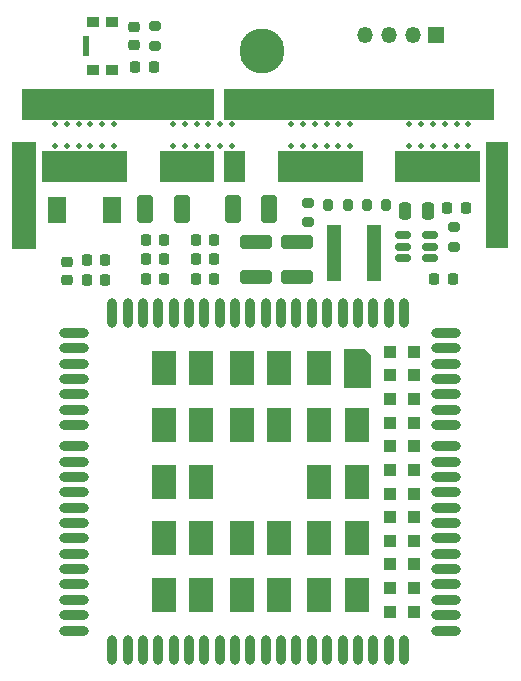
<source format=gbr>
%TF.GenerationSoftware,KiCad,Pcbnew,(6.0.2-0)*%
%TF.CreationDate,2022-10-30T17:20:59+00:00*%
%TF.ProjectId,p3-cellular-module,70332d63-656c-46c7-956c-61722d6d6f64,rev?*%
%TF.SameCoordinates,Original*%
%TF.FileFunction,Soldermask,Bot*%
%TF.FilePolarity,Negative*%
%FSLAX46Y46*%
G04 Gerber Fmt 4.6, Leading zero omitted, Abs format (unit mm)*
G04 Created by KiCad (PCBNEW (6.0.2-0)) date 2022-10-30 17:20:59*
%MOMM*%
%LPD*%
G01*
G04 APERTURE LIST*
G04 Aperture macros list*
%AMRoundRect*
0 Rectangle with rounded corners*
0 $1 Rounding radius*
0 $2 $3 $4 $5 $6 $7 $8 $9 X,Y pos of 4 corners*
0 Add a 4 corners polygon primitive as box body*
4,1,4,$2,$3,$4,$5,$6,$7,$8,$9,$2,$3,0*
0 Add four circle primitives for the rounded corners*
1,1,$1+$1,$2,$3*
1,1,$1+$1,$4,$5*
1,1,$1+$1,$6,$7*
1,1,$1+$1,$8,$9*
0 Add four rect primitives between the rounded corners*
20,1,$1+$1,$2,$3,$4,$5,0*
20,1,$1+$1,$4,$5,$6,$7,0*
20,1,$1+$1,$6,$7,$8,$9,0*
20,1,$1+$1,$8,$9,$2,$3,0*%
G04 Aperture macros list end*
%ADD10C,0.001000*%
%ADD11C,0.500000*%
%ADD12C,3.800000*%
%ADD13R,1.350000X1.350000*%
%ADD14O,1.350000X1.350000*%
%ADD15RoundRect,0.200000X-0.200000X-0.275000X0.200000X-0.275000X0.200000X0.275000X-0.200000X0.275000X0*%
%ADD16RoundRect,0.250000X-0.412500X-0.925000X0.412500X-0.925000X0.412500X0.925000X-0.412500X0.925000X0*%
%ADD17RoundRect,0.218750X-0.256250X0.218750X-0.256250X-0.218750X0.256250X-0.218750X0.256250X0.218750X0*%
%ADD18R,1.650000X2.300000*%
%ADD19RoundRect,0.200000X-0.275000X0.200000X-0.275000X-0.200000X0.275000X-0.200000X0.275000X0.200000X0*%
%ADD20R,1.200000X4.700000*%
%ADD21RoundRect,0.250000X0.412500X0.925000X-0.412500X0.925000X-0.412500X-0.925000X0.412500X-0.925000X0*%
%ADD22RoundRect,0.225000X-0.225000X-0.250000X0.225000X-0.250000X0.225000X0.250000X-0.225000X0.250000X0*%
%ADD23RoundRect,0.200000X0.275000X-0.200000X0.275000X0.200000X-0.275000X0.200000X-0.275000X-0.200000X0*%
%ADD24RoundRect,0.225000X0.225000X0.250000X-0.225000X0.250000X-0.225000X-0.250000X0.225000X-0.250000X0*%
%ADD25RoundRect,0.250000X-0.250000X-0.475000X0.250000X-0.475000X0.250000X0.475000X-0.250000X0.475000X0*%
%ADD26RoundRect,0.250000X-1.100000X0.325000X-1.100000X-0.325000X1.100000X-0.325000X1.100000X0.325000X0*%
%ADD27RoundRect,0.218750X-0.218750X-0.256250X0.218750X-0.256250X0.218750X0.256250X-0.218750X0.256250X0*%
%ADD28R,1.000000X0.900000*%
%ADD29R,0.550000X1.700000*%
%ADD30O,2.500000X0.800000*%
%ADD31O,0.800000X2.500000*%
%ADD32R,2.000000X3.000000*%
%ADD33R,1.100000X1.100000*%
%ADD34RoundRect,0.218750X0.256250X-0.218750X0.256250X0.218750X-0.256250X0.218750X-0.256250X-0.218750X0*%
%ADD35RoundRect,0.150000X-0.512500X-0.150000X0.512500X-0.150000X0.512500X0.150000X-0.512500X0.150000X0*%
G04 APERTURE END LIST*
G36*
X133700000Y-101300000D02*
G01*
X126500000Y-101300000D01*
X126500000Y-103900000D01*
X133700000Y-103900000D01*
X133700000Y-101300000D01*
G37*
G36*
X166000000Y-109500000D02*
G01*
X164100000Y-109500000D01*
X164100000Y-100550000D01*
X166000000Y-100550000D01*
X166000000Y-109500000D01*
G37*
G36*
X164800000Y-96050000D02*
G01*
X141900000Y-96050000D01*
X141900000Y-98700000D01*
X164800000Y-98700000D01*
X164800000Y-96050000D01*
G37*
G36*
X141100000Y-96050000D02*
G01*
X124800000Y-96050000D01*
X124800000Y-98700000D01*
X141100000Y-98700000D01*
X141100000Y-96050000D01*
G37*
G36*
X163600000Y-101300000D02*
G01*
X156400000Y-101300000D01*
X156400000Y-103900000D01*
X163600000Y-103900000D01*
X163600000Y-101300000D01*
G37*
G36*
X143700000Y-101300000D02*
G01*
X141900000Y-101300000D01*
X141900000Y-103900000D01*
X143700000Y-103900000D01*
X143700000Y-101300000D01*
G37*
G36*
X141100000Y-101300000D02*
G01*
X136500000Y-101300000D01*
X136500000Y-103900000D01*
X141100000Y-103900000D01*
X141100000Y-101300000D01*
G37*
G36*
X126000000Y-109600000D02*
G01*
X124000000Y-109600000D01*
X124000000Y-100550000D01*
X126000000Y-100550000D01*
X126000000Y-109600000D01*
G37*
G36*
X153700000Y-101300000D02*
G01*
X146500000Y-101300000D01*
X146500000Y-103900000D01*
X153700000Y-103900000D01*
X153700000Y-101300000D01*
G37*
D10*
%TO.C,U2*%
X152100000Y-121300000D02*
X154300000Y-121300000D01*
X154300000Y-121300000D02*
X154300000Y-118600000D01*
X154300000Y-118600000D02*
X153800000Y-118100000D01*
X153800000Y-118100000D02*
X152100000Y-118100000D01*
X152100000Y-118100000D02*
X152100000Y-121300000D01*
G36*
X154300000Y-118600000D02*
G01*
X154300000Y-121300000D01*
X152100000Y-121300000D01*
X152100000Y-118100000D01*
X153800000Y-118100000D01*
X154300000Y-118600000D01*
G37*
X154300000Y-118600000D02*
X154300000Y-121300000D01*
X152100000Y-121300000D01*
X152100000Y-118100000D01*
X153800000Y-118100000D01*
X154300000Y-118600000D01*
%TD*%
D11*
%TO.C,REF\u002A\u002A*%
X159600000Y-99000000D03*
%TD*%
%TO.C,REF\u002A\u002A*%
X160600000Y-99000000D03*
%TD*%
%TO.C,REF\u002A\u002A*%
X160600000Y-100850000D03*
%TD*%
%TO.C,REF\u002A\u002A*%
X158600000Y-100850000D03*
%TD*%
%TO.C,REF\u002A\u002A*%
X157600000Y-100850000D03*
%TD*%
%TO.C,REF\u002A\u002A*%
X161600000Y-100850000D03*
%TD*%
%TO.C,REF\u002A\u002A*%
X159600000Y-100850000D03*
%TD*%
%TO.C,REF\u002A\u002A*%
X162600000Y-100850000D03*
%TD*%
%TO.C,REF\u002A\u002A*%
X161600000Y-99000000D03*
%TD*%
%TO.C,REF\u002A\u002A*%
X162600000Y-99000000D03*
%TD*%
%TO.C,REF\u002A\u002A*%
X157600000Y-99000000D03*
%TD*%
%TO.C,REF\u002A\u002A*%
X158600000Y-99000000D03*
%TD*%
%TO.C,REF\u002A\u002A*%
X149600000Y-99000000D03*
%TD*%
%TO.C,REF\u002A\u002A*%
X150600000Y-99000000D03*
%TD*%
%TO.C,REF\u002A\u002A*%
X150600000Y-100850000D03*
%TD*%
%TO.C,REF\u002A\u002A*%
X148600000Y-100850000D03*
%TD*%
%TO.C,REF\u002A\u002A*%
X147600000Y-100850000D03*
%TD*%
%TO.C,REF\u002A\u002A*%
X151600000Y-100850000D03*
%TD*%
%TO.C,REF\u002A\u002A*%
X149600000Y-100850000D03*
%TD*%
%TO.C,REF\u002A\u002A*%
X152600000Y-100850000D03*
%TD*%
%TO.C,REF\u002A\u002A*%
X151600000Y-99000000D03*
%TD*%
%TO.C,REF\u002A\u002A*%
X152600000Y-99000000D03*
%TD*%
%TO.C,REF\u002A\u002A*%
X147600000Y-99000000D03*
%TD*%
%TO.C,REF\u002A\u002A*%
X148600000Y-99000000D03*
%TD*%
%TO.C,REF\u002A\u002A*%
X139600000Y-99000000D03*
%TD*%
%TO.C,REF\u002A\u002A*%
X140600000Y-99000000D03*
%TD*%
%TO.C,REF\u002A\u002A*%
X140600000Y-100850000D03*
%TD*%
%TO.C,REF\u002A\u002A*%
X138600000Y-100850000D03*
%TD*%
%TO.C,REF\u002A\u002A*%
X137600000Y-100850000D03*
%TD*%
%TO.C,REF\u002A\u002A*%
X141600000Y-100850000D03*
%TD*%
%TO.C,REF\u002A\u002A*%
X139600000Y-100850000D03*
%TD*%
%TO.C,REF\u002A\u002A*%
X142600000Y-100850000D03*
%TD*%
%TO.C,REF\u002A\u002A*%
X141600000Y-99000000D03*
%TD*%
%TO.C,REF\u002A\u002A*%
X142600000Y-99000000D03*
%TD*%
%TO.C,REF\u002A\u002A*%
X137600000Y-99000000D03*
%TD*%
%TO.C,REF\u002A\u002A*%
X138600000Y-99000000D03*
%TD*%
%TO.C,REF\u002A\u002A*%
X129600000Y-100850000D03*
%TD*%
%TO.C,REF\u002A\u002A*%
X130600000Y-100850000D03*
%TD*%
%TO.C,REF\u002A\u002A*%
X131600000Y-100850000D03*
%TD*%
%TO.C,REF\u002A\u002A*%
X132600000Y-100850000D03*
%TD*%
%TO.C,REF\u002A\u002A*%
X127600000Y-100850000D03*
%TD*%
%TO.C,REF\u002A\u002A*%
X128600000Y-100850000D03*
%TD*%
%TO.C,REF\u002A\u002A*%
X132600000Y-99000000D03*
%TD*%
%TO.C,REF\u002A\u002A*%
X131600000Y-99000000D03*
%TD*%
%TO.C,REF\u002A\u002A*%
X130600000Y-99000000D03*
%TD*%
%TO.C,REF\u002A\u002A*%
X129600000Y-99000000D03*
%TD*%
%TO.C,REF\u002A\u002A*%
X128600000Y-99000000D03*
%TD*%
%TO.C,REF\u002A\u002A*%
X127600000Y-99000000D03*
%TD*%
D12*
%TO.C,REF\u002A\u002A*%
X145100000Y-92800000D03*
%TD*%
D13*
%TO.C,J4*%
X159882000Y-91450000D03*
D14*
X157882000Y-91450000D03*
X155882000Y-91450000D03*
X153882000Y-91450000D03*
%TD*%
D15*
%TO.C,R3*%
X154000000Y-105900000D03*
X155650000Y-105900000D03*
%TD*%
D16*
%TO.C,C9*%
X142662500Y-106200000D03*
X145737500Y-106200000D03*
%TD*%
D17*
%TO.C,L2*%
X128650000Y-110662500D03*
X128650000Y-112237500D03*
%TD*%
D18*
%TO.C,E1*%
X127775000Y-106325000D03*
X132425000Y-106325000D03*
%TD*%
D19*
%TO.C,R4*%
X161400000Y-107775000D03*
X161400000Y-109425000D03*
%TD*%
D15*
%TO.C,R2*%
X150725000Y-105900000D03*
X152375000Y-105900000D03*
%TD*%
D20*
%TO.C,L1*%
X154580000Y-109925000D03*
X151270000Y-109925000D03*
%TD*%
D21*
%TO.C,C5*%
X138337500Y-106200000D03*
X135262500Y-106200000D03*
%TD*%
D22*
%TO.C,C11*%
X139525000Y-110450000D03*
X141075000Y-110450000D03*
%TD*%
%TO.C,C10*%
X139525000Y-112100000D03*
X141075000Y-112100000D03*
%TD*%
D23*
%TO.C,R1*%
X149000000Y-107325000D03*
X149000000Y-105675000D03*
%TD*%
D24*
%TO.C,C7*%
X136825000Y-110450000D03*
X135275000Y-110450000D03*
%TD*%
D22*
%TO.C,C17*%
X130275000Y-112200000D03*
X131825000Y-112200000D03*
%TD*%
D25*
%TO.C,C1*%
X157250000Y-106350000D03*
X159150000Y-106350000D03*
%TD*%
D24*
%TO.C,C8*%
X136825000Y-112100000D03*
X135275000Y-112100000D03*
%TD*%
D26*
%TO.C,C3*%
X148100000Y-109025000D03*
X148100000Y-111975000D03*
%TD*%
D27*
%TO.C,D2*%
X160812500Y-106100000D03*
X162387500Y-106100000D03*
%TD*%
D22*
%TO.C,C12*%
X139525000Y-108800000D03*
X141075000Y-108800000D03*
%TD*%
D26*
%TO.C,C19*%
X144600000Y-109025000D03*
X144600000Y-111975000D03*
%TD*%
D28*
%TO.C,SW1*%
X130850000Y-90350001D03*
X130850000Y-94449999D03*
X132450000Y-90350001D03*
X132450000Y-94449999D03*
D29*
X130225000Y-92400000D03*
%TD*%
D24*
%TO.C,C6*%
X136825000Y-108800000D03*
X135275000Y-108800000D03*
%TD*%
D22*
%TO.C,C14*%
X130275000Y-110550000D03*
X131825000Y-110550000D03*
%TD*%
D30*
%TO.C,U2*%
X160750000Y-116700000D03*
X160750000Y-118000000D03*
X160750000Y-119300000D03*
X160750000Y-120600000D03*
X160750000Y-121900000D03*
X160750000Y-123200000D03*
X160750000Y-124500000D03*
X160750000Y-128900000D03*
X160750000Y-130200000D03*
X160750000Y-131500000D03*
X160750000Y-132800000D03*
X160750000Y-134100000D03*
X160750000Y-135400000D03*
X160750000Y-136700000D03*
X160750000Y-138000000D03*
X160750000Y-139300000D03*
X160750000Y-140600000D03*
X160750000Y-141900000D03*
D31*
X154550000Y-143550000D03*
X153250000Y-143550000D03*
X151950000Y-143550000D03*
X150650000Y-143550000D03*
X149350000Y-143550000D03*
X148050000Y-143550000D03*
X146750000Y-143550000D03*
X145450000Y-143550000D03*
X144150000Y-143550000D03*
X142850000Y-143550000D03*
X141550000Y-143550000D03*
X140250000Y-143550000D03*
X138950000Y-143550000D03*
X137650000Y-143550000D03*
X136350000Y-143550000D03*
X135050000Y-143550000D03*
X133750000Y-143550000D03*
X132450000Y-143550000D03*
D30*
X129250000Y-141900000D03*
X129250000Y-140600000D03*
X129250000Y-139300000D03*
X129250000Y-138000000D03*
X129250000Y-136700000D03*
X129250000Y-135400000D03*
X129250000Y-134100000D03*
X129250000Y-132800000D03*
X129250000Y-131500000D03*
X129250000Y-130200000D03*
X129250000Y-128900000D03*
X129250000Y-124500000D03*
X129250000Y-123200000D03*
X129250000Y-121900000D03*
X129250000Y-120600000D03*
X129250000Y-119300000D03*
X129250000Y-118000000D03*
X129250000Y-116700000D03*
D31*
X132450000Y-115050000D03*
X133750000Y-115050000D03*
X135050000Y-115050000D03*
X136350000Y-115050000D03*
X137650000Y-115050000D03*
X138950000Y-115050000D03*
X140250000Y-115050000D03*
X141550000Y-115050000D03*
X142850000Y-115050000D03*
X144150000Y-115050000D03*
X145450000Y-115050000D03*
X146750000Y-115050000D03*
X148050000Y-115050000D03*
X149350000Y-115050000D03*
X150650000Y-115050000D03*
X151950000Y-115050000D03*
X153250000Y-115050000D03*
X154550000Y-115050000D03*
D32*
X136800000Y-119700000D03*
X136800000Y-124500000D03*
X136800000Y-129300000D03*
X136800000Y-134100000D03*
X136800000Y-138900000D03*
X140000000Y-119700000D03*
X140000000Y-124500000D03*
X140000000Y-129300000D03*
X140000000Y-134100000D03*
X140000000Y-138900000D03*
X143400000Y-119700000D03*
X143400000Y-124500000D03*
X143400000Y-134100000D03*
X143400000Y-138900000D03*
X146600000Y-119700000D03*
X146600000Y-124500000D03*
X146600000Y-134100000D03*
X146600000Y-138900000D03*
X150000000Y-119700000D03*
X150000000Y-124500000D03*
X150000000Y-129300000D03*
X150000000Y-134100000D03*
X150000000Y-138900000D03*
X153200000Y-124500000D03*
X153200000Y-129300000D03*
X153200000Y-134100000D03*
X153200000Y-138900000D03*
D31*
X155850000Y-115050000D03*
X157150000Y-115050000D03*
X155850000Y-143550000D03*
X157150000Y-143550000D03*
D33*
X156000000Y-118300000D03*
X156000000Y-120300000D03*
X156000000Y-122300000D03*
X156000000Y-124300000D03*
X156000000Y-126300000D03*
X156000000Y-128300000D03*
X156000000Y-130300000D03*
X156000000Y-132300000D03*
X156000000Y-134300000D03*
X156000000Y-136300000D03*
X156000000Y-138300000D03*
X156000000Y-140300000D03*
X158000000Y-118300000D03*
X158000000Y-120300000D03*
X158000000Y-122300000D03*
X158000000Y-124300000D03*
X158000000Y-126300000D03*
X158000000Y-128300000D03*
X158000000Y-130300000D03*
X158000000Y-132300000D03*
X158000000Y-134300000D03*
X158000000Y-136300000D03*
X158000000Y-138300000D03*
X158000000Y-140300000D03*
D30*
X160750000Y-126300000D03*
X160750000Y-127600000D03*
X129250000Y-127600000D03*
X129250000Y-126300000D03*
%TD*%
D19*
%TO.C,R15*%
X136050000Y-90725000D03*
X136050000Y-92375000D03*
%TD*%
D34*
%TO.C,D3*%
X134300000Y-92337500D03*
X134300000Y-90762500D03*
%TD*%
D27*
%TO.C,D1*%
X134412500Y-94150000D03*
X135987500Y-94150000D03*
%TD*%
D35*
%TO.C,U1*%
X157062500Y-110350000D03*
X157062500Y-109400000D03*
X157062500Y-108450000D03*
X159337500Y-108450000D03*
X159337500Y-109400000D03*
X159337500Y-110350000D03*
%TD*%
D24*
%TO.C,C2*%
X161275000Y-112150000D03*
X159725000Y-112150000D03*
%TD*%
M02*

</source>
